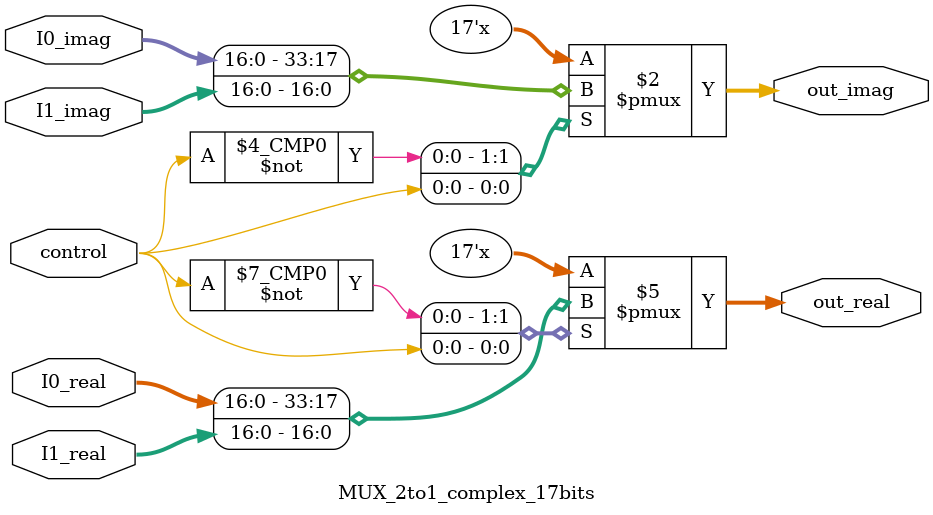
<source format=v>
`timescale 1ns / 1ps

module MUX_2to1_complex_17bits(I0_real, I0_imag, I1_real, I1_imag, control, out_real, out_imag);

parameter WL = 16;         // I/O = S5.11      17bit

input [WL:0] I0_real, I0_imag, I1_real, I1_imag;
input control;

output [WL:0] out_real, out_imag;

//  input
wire signed [WL:0] I0_real, I0_imag, I1_real, I1_imag;    
wire control;

// output
reg signed [WL:0] out_real, out_imag;                      

always@(*)
begin
    case(control)
        1'b0 :
        begin
            out_real = I0_real;
            out_imag = I0_imag;
        end

        1'b1 :
        begin
            out_real = I1_real;
            out_imag = I1_imag;
        end
    endcase
end

endmodule

</source>
